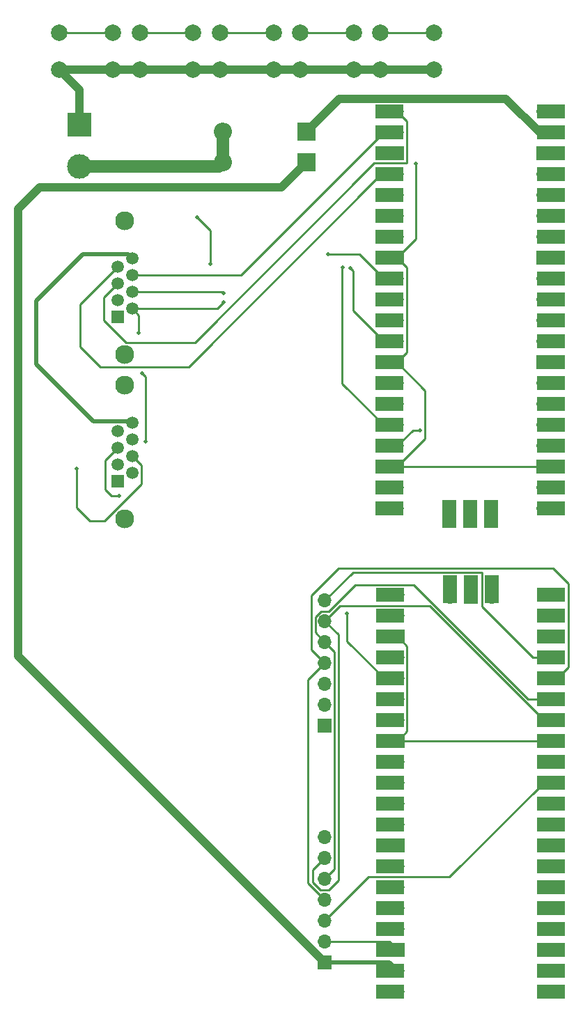
<source format=gbr>
%TF.GenerationSoftware,KiCad,Pcbnew,7.0.7*%
%TF.CreationDate,2025-01-13T16:20:32+01:00*%
%TF.ProjectId,PICO board v4.0,5049434f-2062-46f6-9172-642076342e30,rev?*%
%TF.SameCoordinates,Original*%
%TF.FileFunction,Copper,L1,Top*%
%TF.FilePolarity,Positive*%
%FSLAX46Y46*%
G04 Gerber Fmt 4.6, Leading zero omitted, Abs format (unit mm)*
G04 Created by KiCad (PCBNEW 7.0.7) date 2025-01-13 16:20:32*
%MOMM*%
%LPD*%
G01*
G04 APERTURE LIST*
%TA.AperFunction,ComponentPad*%
%ADD10C,2.000000*%
%TD*%
%TA.AperFunction,ComponentPad*%
%ADD11O,1.700000X1.700000*%
%TD*%
%TA.AperFunction,SMDPad,CuDef*%
%ADD12R,3.500000X1.700000*%
%TD*%
%TA.AperFunction,ComponentPad*%
%ADD13R,1.700000X1.700000*%
%TD*%
%TA.AperFunction,SMDPad,CuDef*%
%ADD14R,1.700000X3.500000*%
%TD*%
%TA.AperFunction,ComponentPad*%
%ADD15R,1.500000X1.500000*%
%TD*%
%TA.AperFunction,ComponentPad*%
%ADD16C,1.500000*%
%TD*%
%TA.AperFunction,ComponentPad*%
%ADD17C,2.300000*%
%TD*%
%TA.AperFunction,ComponentPad*%
%ADD18R,3.000000X3.000000*%
%TD*%
%TA.AperFunction,ComponentPad*%
%ADD19C,3.000000*%
%TD*%
%TA.AperFunction,ComponentPad*%
%ADD20R,2.200000X2.200000*%
%TD*%
%TA.AperFunction,ComponentPad*%
%ADD21O,2.200000X2.200000*%
%TD*%
%TA.AperFunction,ViaPad*%
%ADD22C,0.500000*%
%TD*%
%TA.AperFunction,Conductor*%
%ADD23C,0.250000*%
%TD*%
%TA.AperFunction,Conductor*%
%ADD24C,1.000000*%
%TD*%
%TA.AperFunction,Conductor*%
%ADD25C,0.500000*%
%TD*%
%TA.AperFunction,Conductor*%
%ADD26C,1.500000*%
%TD*%
G04 APERTURE END LIST*
D10*
%TO.P,SW5,1,1*%
%TO.N,GP13_2*%
X115050000Y-35350000D03*
X121550000Y-35350000D03*
%TO.P,SW5,2,2*%
%TO.N,GND*%
X115050000Y-39850000D03*
X121550000Y-39850000D03*
%TD*%
D11*
%TO.P,U1,1,GPIO0*%
%TO.N,GP0*%
X134900000Y-151960000D03*
D12*
X135800000Y-151960000D03*
D11*
%TO.P,U1,2,GPIO1*%
%TO.N,GP1*%
X134900000Y-149420000D03*
D12*
X135800000Y-149420000D03*
D13*
%TO.P,U1,3,GND*%
%TO.N,GND*%
X134900000Y-146880000D03*
D12*
X135800000Y-146880000D03*
D11*
%TO.P,U1,4,GPIO2*%
%TO.N,GP2*%
X134900000Y-144340000D03*
D12*
X135800000Y-144340000D03*
D11*
%TO.P,U1,5,GPIO3*%
%TO.N,GP3*%
X134900000Y-141800000D03*
D12*
X135800000Y-141800000D03*
D11*
%TO.P,U1,6,GPIO4*%
%TO.N,GP4*%
X134900000Y-139260000D03*
D12*
X135800000Y-139260000D03*
D11*
%TO.P,U1,7,GPIO5*%
%TO.N,GP5*%
X134900000Y-136720000D03*
D12*
X135800000Y-136720000D03*
D13*
%TO.P,U1,8,GND*%
%TO.N,GND*%
X134900000Y-134180000D03*
D12*
X135800000Y-134180000D03*
D11*
%TO.P,U1,9,GPIO6*%
%TO.N,GP6*%
X134900000Y-131640000D03*
D12*
X135800000Y-131640000D03*
D11*
%TO.P,U1,10,GPIO7*%
%TO.N,GP7*%
X134900000Y-129100000D03*
D12*
X135800000Y-129100000D03*
D11*
%TO.P,U1,11,GPIO8*%
%TO.N,GP8*%
X134900000Y-126560000D03*
D12*
X135800000Y-126560000D03*
D11*
%TO.P,U1,12,GPIO9*%
%TO.N,GP9*%
X134900000Y-124020000D03*
D12*
X135800000Y-124020000D03*
D13*
%TO.P,U1,13,GND*%
%TO.N,GND*%
X134900000Y-121480000D03*
D12*
X135800000Y-121480000D03*
D11*
%TO.P,U1,14,GPIO10*%
%TO.N,GP10*%
X134900000Y-118940000D03*
D12*
X135800000Y-118940000D03*
D11*
%TO.P,U1,15,GPIO11*%
%TO.N,GP11*%
X134900000Y-116400000D03*
D12*
X135800000Y-116400000D03*
D11*
%TO.P,U1,16,GPIO12*%
%TO.N,GP12*%
X134900000Y-113860000D03*
D12*
X135800000Y-113860000D03*
D11*
%TO.P,U1,17,GPIO13*%
%TO.N,GP13*%
X134900000Y-111320000D03*
D12*
X135800000Y-111320000D03*
D13*
%TO.P,U1,18,GND*%
%TO.N,GND*%
X134900000Y-108780000D03*
D12*
X135800000Y-108780000D03*
D11*
%TO.P,U1,19,GPIO14*%
%TO.N,GP14*%
X134900000Y-106240000D03*
D12*
X135800000Y-106240000D03*
D11*
%TO.P,U1,20,GPIO15*%
%TO.N,GP15*%
X134900000Y-103700000D03*
D12*
X135800000Y-103700000D03*
D11*
%TO.P,U1,21,GPIO16*%
%TO.N,GP16*%
X117120000Y-103700000D03*
D12*
X116220000Y-103700000D03*
D11*
%TO.P,U1,22,GPIO17*%
%TO.N,GP17*%
X117120000Y-106240000D03*
D12*
X116220000Y-106240000D03*
D13*
%TO.P,U1,23,GND*%
%TO.N,GND*%
X117120000Y-108780000D03*
D12*
X116220000Y-108780000D03*
D11*
%TO.P,U1,24,GPIO18*%
%TO.N,GP18*%
X117120000Y-111320000D03*
D12*
X116220000Y-111320000D03*
D11*
%TO.P,U1,25,GPIO19*%
%TO.N,GP19*%
X117120000Y-113860000D03*
D12*
X116220000Y-113860000D03*
D11*
%TO.P,U1,26,GPIO20*%
%TO.N,GP20*%
X117120000Y-116400000D03*
D12*
X116220000Y-116400000D03*
D11*
%TO.P,U1,27,GPIO21*%
%TO.N,GP21*%
X117120000Y-118940000D03*
D12*
X116220000Y-118940000D03*
D13*
%TO.P,U1,28,GND*%
%TO.N,GND*%
X117120000Y-121480000D03*
D12*
X116220000Y-121480000D03*
D11*
%TO.P,U1,29,GPIO22*%
%TO.N,GP22*%
X117120000Y-124020000D03*
D12*
X116220000Y-124020000D03*
D11*
%TO.P,U1,30,RUN*%
%TO.N,unconnected-(U1-RUN-Pad30)*%
X117120000Y-126560000D03*
D12*
X116220000Y-126560000D03*
D11*
%TO.P,U1,31,GPIO26_ADC0*%
%TO.N,GP26*%
X117120000Y-129100000D03*
D12*
X116220000Y-129100000D03*
D11*
%TO.P,U1,32,GPIO27_ADC1*%
%TO.N,GP27*%
X117120000Y-131640000D03*
D12*
X116220000Y-131640000D03*
D13*
%TO.P,U1,33,AGND*%
%TO.N,GND*%
X117120000Y-134180000D03*
D12*
X116220000Y-134180000D03*
D11*
%TO.P,U1,34,GPIO28_ADC2*%
%TO.N,GP28*%
X117120000Y-136720000D03*
D12*
X116220000Y-136720000D03*
D11*
%TO.P,U1,35,ADC_VREF*%
%TO.N,unconnected-(U1-ADC_VREF-Pad35)*%
X117120000Y-139260000D03*
D12*
X116220000Y-139260000D03*
D11*
%TO.P,U1,36,3V3*%
%TO.N,3V3*%
X117120000Y-141800000D03*
D12*
X116220000Y-141800000D03*
D11*
%TO.P,U1,37,3V3_EN*%
%TO.N,unconnected-(U1-3V3_EN-Pad37)*%
X117120000Y-144340000D03*
D12*
X116220000Y-144340000D03*
D13*
%TO.P,U1,38,GND*%
%TO.N,GND*%
X117120000Y-146880000D03*
D12*
X116220000Y-146880000D03*
D11*
%TO.P,U1,39,VSYS*%
%TO.N,5VCC_1*%
X117120000Y-149420000D03*
D12*
X116220000Y-149420000D03*
D11*
%TO.P,U1,40,VBUS*%
%TO.N,unconnected-(U1-VBUS-Pad40)*%
X117120000Y-151960000D03*
D12*
X116220000Y-151960000D03*
D11*
%TO.P,U1,41,SWCLK*%
%TO.N,unconnected-(U1-SWCLK-Pad41)*%
X128550000Y-103930000D03*
D14*
X128550000Y-103030000D03*
D13*
%TO.P,U1,42,GND*%
%TO.N,unconnected-(U1-GND-Pad42)*%
X126010000Y-103930000D03*
D14*
X126010000Y-103030000D03*
D11*
%TO.P,U1,43,SWDIO*%
%TO.N,unconnected-(U1-SWDIO-Pad43)*%
X123470000Y-103930000D03*
D14*
X123470000Y-103030000D03*
%TD*%
D13*
%TO.P,J4,1,Pin_1*%
%TO.N,5VCC_1*%
X108300000Y-119600000D03*
D11*
%TO.P,J4,2,Pin_2*%
%TO.N,GND*%
X108300000Y-117060000D03*
%TO.P,J4,3,Pin_3*%
%TO.N,GP9*%
X108300000Y-114520000D03*
%TO.P,J4,4,Pin_4*%
%TO.N,GP12*%
X108300000Y-111980000D03*
%TO.P,J4,5,Pin_5*%
%TO.N,GP11*%
X108300000Y-109440000D03*
%TO.P,J4,6,Pin_6*%
%TO.N,GP10*%
X108300000Y-106900000D03*
%TO.P,J4,7,Pin_7*%
%TO.N,GP13*%
X108300000Y-104360000D03*
%TD*%
D15*
%TO.P,J3,1*%
%TO.N,GND*%
X83110000Y-89930000D03*
D16*
%TO.P,J3,2*%
%TO.N,GP10_2*%
X84890000Y-88914000D03*
%TO.P,J3,3*%
%TO.N,GP11_2*%
X83110000Y-87898000D03*
%TO.P,J3,4*%
%TO.N,GP8_2*%
X84890000Y-86882000D03*
%TO.P,J3,5*%
%TO.N,GP3_2*%
X83110000Y-85866000D03*
%TO.P,J3,6*%
%TO.N,GP4_2*%
X84890000Y-84850000D03*
%TO.P,J3,7*%
%TO.N,GP5_2*%
X83110000Y-83834000D03*
%TO.P,J3,8*%
%TO.N,5VCC_2*%
X84890000Y-82818000D03*
D17*
%TO.P,J3,SH*%
%TO.N,N/C*%
X84000000Y-94500000D03*
X84000000Y-78240000D03*
%TD*%
D10*
%TO.P,SW3,1,1*%
%TO.N,GP9_2*%
X95550000Y-35350000D03*
X102050000Y-35350000D03*
%TO.P,SW3,2,2*%
%TO.N,GND*%
X95550000Y-39850000D03*
X102050000Y-39850000D03*
%TD*%
D13*
%TO.P,J5,1,Pin_1*%
%TO.N,5VCC_1*%
X108275000Y-148400000D03*
D11*
%TO.P,J5,2,Pin_2*%
%TO.N,GND*%
X108275000Y-145860000D03*
%TO.P,J5,3,Pin_3*%
%TO.N,GP8*%
X108275000Y-143320000D03*
%TO.P,J5,4,Pin_4*%
%TO.N,GP12*%
X108275000Y-140780000D03*
%TO.P,J5,5,Pin_5*%
%TO.N,GP11*%
X108275000Y-138240000D03*
%TO.P,J5,6,Pin_6*%
%TO.N,GP10*%
X108275000Y-135700000D03*
%TO.P,J5,7,Pin_7*%
%TO.N,GP14*%
X108275000Y-133160000D03*
%TD*%
D18*
%TO.P,J1,1,Pin_1*%
%TO.N,GND*%
X78500000Y-46560000D03*
D19*
%TO.P,J1,2,Pin_2*%
%TO.N,5V*%
X78500000Y-51640000D03*
%TD*%
D20*
%TO.P,D1,1,K*%
%TO.N,5VCC_1*%
X106080000Y-51150000D03*
D21*
%TO.P,D1,2,A*%
%TO.N,5V*%
X95920000Y-51150000D03*
%TD*%
D20*
%TO.P,D2,1,K*%
%TO.N,5VCC_2*%
X106080000Y-47400000D03*
D21*
%TO.P,D2,2,A*%
%TO.N,5V*%
X95920000Y-47400000D03*
%TD*%
D10*
%TO.P,SW2,1,1*%
%TO.N,GP7_2*%
X85800000Y-35350000D03*
X92300000Y-35350000D03*
%TO.P,SW2,2,2*%
%TO.N,GND*%
X85800000Y-39850000D03*
X92300000Y-39850000D03*
%TD*%
D14*
%TO.P,U2,43,SWDIO*%
%TO.N,unconnected-(U2-SWDIO-Pad43)*%
X128500000Y-93900000D03*
D11*
X128500000Y-93000000D03*
D14*
%TO.P,U2,42,GND*%
%TO.N,unconnected-(U2-GND-Pad42)*%
X125960000Y-93900000D03*
D13*
X125960000Y-93000000D03*
D14*
%TO.P,U2,41,SWCLK*%
%TO.N,unconnected-(U2-SWCLK-Pad41)*%
X123420000Y-93900000D03*
D11*
X123420000Y-93000000D03*
D12*
%TO.P,U2,40,VBUS*%
%TO.N,unconnected-(U2-VBUS-Pad40)*%
X135750000Y-44970000D03*
D11*
X134850000Y-44970000D03*
D12*
%TO.P,U2,39,VSYS*%
%TO.N,5VCC_2*%
X135750000Y-47510000D03*
D11*
X134850000Y-47510000D03*
D12*
%TO.P,U2,38,GND*%
%TO.N,GND*%
X135750000Y-50050000D03*
D13*
X134850000Y-50050000D03*
D12*
%TO.P,U2,37,3V3_EN*%
%TO.N,unconnected-(U2-3V3_EN-Pad37)*%
X135750000Y-52590000D03*
D11*
X134850000Y-52590000D03*
D12*
%TO.P,U2,36,3V3*%
%TO.N,unconnected-(U2-3V3-Pad36)*%
X135750000Y-55130000D03*
D11*
X134850000Y-55130000D03*
D12*
%TO.P,U2,35,ADC_VREF*%
%TO.N,unconnected-(U2-ADC_VREF-Pad35)*%
X135750000Y-57670000D03*
D11*
X134850000Y-57670000D03*
D12*
%TO.P,U2,34,GPIO28_ADC2*%
%TO.N,GP28_2*%
X135750000Y-60210000D03*
D11*
X134850000Y-60210000D03*
D12*
%TO.P,U2,33,AGND*%
%TO.N,GND*%
X135750000Y-62750000D03*
D13*
X134850000Y-62750000D03*
D12*
%TO.P,U2,32,GPIO27_ADC1*%
%TO.N,GP27_2*%
X135750000Y-65290000D03*
D11*
X134850000Y-65290000D03*
D12*
%TO.P,U2,31,GPIO26_ADC0*%
%TO.N,unconnected-(U2-GPIO26_ADC0-Pad31)*%
X135750000Y-67830000D03*
D11*
X134850000Y-67830000D03*
D12*
%TO.P,U2,30,RUN*%
%TO.N,unconnected-(U2-RUN-Pad30)*%
X135750000Y-70370000D03*
D11*
X134850000Y-70370000D03*
D12*
%TO.P,U2,29,GPIO22*%
%TO.N,unconnected-(U2-GPIO22-Pad29)*%
X135750000Y-72910000D03*
D11*
X134850000Y-72910000D03*
D12*
%TO.P,U2,28,GND*%
%TO.N,GND*%
X135750000Y-75450000D03*
D13*
X134850000Y-75450000D03*
D12*
%TO.P,U2,27,GPIO21*%
%TO.N,unconnected-(U2-GPIO21-Pad27)*%
X135750000Y-77990000D03*
D11*
X134850000Y-77990000D03*
D12*
%TO.P,U2,26,GPIO20*%
%TO.N,GP20_2*%
X135750000Y-80530000D03*
D11*
X134850000Y-80530000D03*
D12*
%TO.P,U2,25,GPIO19*%
%TO.N,GP16*%
X135750000Y-83070000D03*
D11*
X134850000Y-83070000D03*
D12*
%TO.P,U2,24,GPIO18*%
%TO.N,GP18*%
X135750000Y-85610000D03*
D11*
X134850000Y-85610000D03*
D12*
%TO.P,U2,23,GND*%
%TO.N,GND*%
X135750000Y-88150000D03*
D13*
X134850000Y-88150000D03*
D12*
%TO.P,U2,22,GPIO17*%
%TO.N,GP17*%
X135750000Y-90690000D03*
D11*
X134850000Y-90690000D03*
D12*
%TO.P,U2,21,GPIO16*%
%TO.N,GP19*%
X135750000Y-93230000D03*
D11*
X134850000Y-93230000D03*
D12*
%TO.P,U2,20,GPIO15*%
%TO.N,GP15_2*%
X116170000Y-93230000D03*
D11*
X117070000Y-93230000D03*
D12*
%TO.P,U2,19,GPIO14*%
%TO.N,GP14_2*%
X116170000Y-90690000D03*
D11*
X117070000Y-90690000D03*
D12*
%TO.P,U2,18,GND*%
%TO.N,GND*%
X116170000Y-88150000D03*
D13*
X117070000Y-88150000D03*
D12*
%TO.P,U2,17,GPIO13*%
%TO.N,GP13_2*%
X116170000Y-85610000D03*
D11*
X117070000Y-85610000D03*
D12*
%TO.P,U2,16,GPIO12*%
%TO.N,GP12_2*%
X116170000Y-83070000D03*
D11*
X117070000Y-83070000D03*
D12*
%TO.P,U2,15,GPIO11*%
%TO.N,GP11_2*%
X116170000Y-80530000D03*
D11*
X117070000Y-80530000D03*
D12*
%TO.P,U2,14,GPIO10*%
%TO.N,GP10_2*%
X116170000Y-77990000D03*
D11*
X117070000Y-77990000D03*
D12*
%TO.P,U2,13,GND*%
%TO.N,GND*%
X116170000Y-75450000D03*
D13*
X117070000Y-75450000D03*
D12*
%TO.P,U2,12,GPIO9*%
%TO.N,GP9_2*%
X116170000Y-72910000D03*
D11*
X117070000Y-72910000D03*
D12*
%TO.P,U2,11,GPIO8*%
%TO.N,GP8_2*%
X116170000Y-70370000D03*
D11*
X117070000Y-70370000D03*
D12*
%TO.P,U2,10,GPIO7*%
%TO.N,GP7_2*%
X116170000Y-67830000D03*
D11*
X117070000Y-67830000D03*
D12*
%TO.P,U2,9,GPIO6*%
%TO.N,GP6_2*%
X116170000Y-65290000D03*
D11*
X117070000Y-65290000D03*
D12*
%TO.P,U2,8,GND*%
%TO.N,GND*%
X116170000Y-62750000D03*
D13*
X117070000Y-62750000D03*
D12*
%TO.P,U2,7,GPIO5*%
%TO.N,GP5_2*%
X116170000Y-60210000D03*
D11*
X117070000Y-60210000D03*
D12*
%TO.P,U2,6,GPIO4*%
%TO.N,GP4_2*%
X116170000Y-57670000D03*
D11*
X117070000Y-57670000D03*
D12*
%TO.P,U2,5,GPIO3*%
%TO.N,GP3_2*%
X116170000Y-55130000D03*
D11*
X117070000Y-55130000D03*
D12*
%TO.P,U2,4,GPIO2*%
%TO.N,GP2_2*%
X116170000Y-52590000D03*
D11*
X117070000Y-52590000D03*
D12*
%TO.P,U2,3,GND*%
%TO.N,GND*%
X116170000Y-50050000D03*
D13*
X117070000Y-50050000D03*
D12*
%TO.P,U2,2,GPIO1*%
%TO.N,GP1_2*%
X116170000Y-47510000D03*
D11*
X117070000Y-47510000D03*
D12*
%TO.P,U2,1,GPIO0*%
%TO.N,GP0_2*%
X116170000Y-44970000D03*
D11*
X117070000Y-44970000D03*
%TD*%
D10*
%TO.P,SW4,1,1*%
%TO.N,GP12_2*%
X105300000Y-35350000D03*
X111800000Y-35350000D03*
%TO.P,SW4,2,2*%
%TO.N,GND*%
X105300000Y-39850000D03*
X111800000Y-39850000D03*
%TD*%
%TO.P,SW1,1,1*%
%TO.N,GP6_2*%
X76050000Y-35350000D03*
X82550000Y-35350000D03*
%TO.P,SW1,2,2*%
%TO.N,GND*%
X76050000Y-39850000D03*
X82550000Y-39850000D03*
%TD*%
D15*
%TO.P,J2,1*%
%TO.N,GND*%
X83110000Y-69930000D03*
D16*
%TO.P,J2,2*%
%TO.N,GP10_2*%
X84890000Y-68914000D03*
%TO.P,J2,3*%
%TO.N,GP11_2*%
X83110000Y-67898000D03*
%TO.P,J2,4*%
%TO.N,GP8_2*%
X84890000Y-66882000D03*
%TO.P,J2,5*%
%TO.N,GP0_2*%
X83110000Y-65866000D03*
%TO.P,J2,6*%
%TO.N,GP1_2*%
X84890000Y-64850000D03*
%TO.P,J2,7*%
%TO.N,GP2_2*%
X83110000Y-63834000D03*
%TO.P,J2,8*%
%TO.N,5VCC_2*%
X84890000Y-62818000D03*
D17*
%TO.P,J2,SH*%
%TO.N,N/C*%
X84000000Y-74500000D03*
X84000000Y-58240000D03*
%TD*%
D22*
%TO.N,GND*%
X119400000Y-51300000D03*
%TO.N,GP6_2*%
X108700000Y-62300000D03*
%TO.N,GP9_2*%
X111400000Y-64000000D03*
%TO.N,GP12_2*%
X110475000Y-63900000D03*
%TO.N,GP13_2*%
X119900000Y-83700000D03*
%TO.N,GP10_2*%
X86500000Y-85100000D03*
X85700000Y-71900000D03*
X86100000Y-76800000D03*
%TO.N,GP3_2*%
X83300000Y-91700000D03*
%TO.N,GP8_2*%
X78100000Y-88400000D03*
%TO.N,GP11_2*%
X94400000Y-63500000D03*
X92800000Y-57800000D03*
%TO.N,GP10_2*%
X96000000Y-68100000D03*
%TO.N,GP8_2*%
X96000000Y-67000000D03*
%TO.N,GP19*%
X111000000Y-106000000D03*
%TD*%
D23*
%TO.N,GND*%
X119400000Y-60420000D02*
X119400000Y-51300000D01*
X117070000Y-62750000D02*
X119400000Y-60420000D01*
X117070000Y-75450000D02*
X118245000Y-74275000D01*
X118245000Y-74275000D02*
X118245000Y-63925000D01*
X118245000Y-63925000D02*
X117070000Y-62750000D01*
X117070000Y-88150000D02*
X120475000Y-84745000D01*
X120475000Y-84745000D02*
X120475000Y-78855000D01*
X120475000Y-78855000D02*
X117070000Y-75450000D01*
X134850000Y-88150000D02*
X117070000Y-88150000D01*
%TO.N,GP6_2*%
X112470000Y-62300000D02*
X115460000Y-65290000D01*
X108700000Y-62300000D02*
X112470000Y-62300000D01*
X115460000Y-65290000D02*
X117070000Y-65290000D01*
%TO.N,GP9_2*%
X111700000Y-69150000D02*
X115460000Y-72910000D01*
X111400000Y-64000000D02*
X111700000Y-64300000D01*
X111700000Y-64300000D02*
X111700000Y-69150000D01*
X115460000Y-72910000D02*
X117070000Y-72910000D01*
%TO.N,GP12_2*%
X110475000Y-63900000D02*
X110400000Y-63975000D01*
X110400000Y-63975000D02*
X110400000Y-78010000D01*
X110400000Y-78010000D02*
X115460000Y-83070000D01*
X115460000Y-83070000D02*
X117070000Y-83070000D01*
%TO.N,GP13_2*%
X119900000Y-83700000D02*
X118980000Y-83700000D01*
X118980000Y-83700000D02*
X117070000Y-85610000D01*
D24*
%TO.N,5VCC_2*%
X106080000Y-47400000D02*
X110060000Y-43420000D01*
X130320000Y-43420000D02*
X134410000Y-47510000D01*
X110060000Y-43420000D02*
X130320000Y-43420000D01*
X134410000Y-47510000D02*
X134850000Y-47510000D01*
D23*
%TO.N,GP10_2*%
X85700000Y-69724000D02*
X84890000Y-68914000D01*
X86500000Y-85100000D02*
X86500000Y-77200000D01*
X86500000Y-77200000D02*
X86100000Y-76800000D01*
X85700000Y-71900000D02*
X85700000Y-69724000D01*
%TO.N,GP3_2*%
X81600000Y-90900000D02*
X82400000Y-91700000D01*
X81600000Y-87376000D02*
X81600000Y-90900000D01*
X83110000Y-85866000D02*
X81600000Y-87376000D01*
X82400000Y-91700000D02*
X83300000Y-91700000D01*
%TO.N,GP8_2*%
X78100000Y-88400000D02*
X78100000Y-93078427D01*
X78100000Y-93078427D02*
X79741573Y-94720000D01*
X79741573Y-94720000D02*
X81480000Y-94720000D01*
X81480000Y-94720000D02*
X85965000Y-90235000D01*
X85965000Y-90235000D02*
X85965000Y-87957000D01*
X85965000Y-87957000D02*
X84890000Y-86882000D01*
%TO.N,GP11_2*%
X94400000Y-59400000D02*
X94400000Y-63500000D01*
X92800000Y-57800000D02*
X94400000Y-59400000D01*
%TO.N,GP10_2*%
X95186000Y-68914000D02*
X96000000Y-68100000D01*
X84890000Y-68914000D02*
X95186000Y-68914000D01*
%TO.N,GP8_2*%
X95882000Y-66882000D02*
X96000000Y-67000000D01*
X84890000Y-66882000D02*
X95882000Y-66882000D01*
%TO.N,GP0_2*%
X83110000Y-65866000D02*
X81398427Y-67577573D01*
X81398427Y-67577573D02*
X81398427Y-70323427D01*
X81398427Y-70323427D02*
X84100000Y-73025000D01*
X84100000Y-73025000D02*
X92485000Y-73025000D01*
X118245000Y-46145000D02*
X117070000Y-44970000D01*
X92485000Y-73025000D02*
X114285000Y-51225000D01*
X114285000Y-51225000D02*
X118245000Y-51225000D01*
X118245000Y-51225000D02*
X118245000Y-46145000D01*
%TO.N,GP1_2*%
X84890000Y-64850000D02*
X98120000Y-64850000D01*
X98120000Y-64850000D02*
X115460000Y-47510000D01*
X115460000Y-47510000D02*
X117070000Y-47510000D01*
%TO.N,GP2_2*%
X83110000Y-63834000D02*
X78570000Y-68374000D01*
X78570000Y-73548427D02*
X80996573Y-75975000D01*
X78570000Y-68374000D02*
X78570000Y-73548427D01*
X91725000Y-75975000D02*
X115110000Y-52590000D01*
X80996573Y-75975000D02*
X91725000Y-75975000D01*
X115110000Y-52590000D02*
X117070000Y-52590000D01*
D25*
%TO.N,5VCC_2*%
X84372000Y-62300000D02*
X78900000Y-62300000D01*
X78900000Y-62300000D02*
X73200000Y-68000000D01*
X73200000Y-75655204D02*
X80144796Y-82600000D01*
X84672000Y-82600000D02*
X84831000Y-82759000D01*
X73200000Y-68000000D02*
X73200000Y-75655204D01*
X80144796Y-82600000D02*
X84672000Y-82600000D01*
D23*
X84831000Y-82759000D02*
X84890000Y-82818000D01*
X84890000Y-62818000D02*
X84372000Y-62300000D01*
D24*
%TO.N,5VCC_1*%
X108275000Y-148400000D02*
X71000000Y-111125000D01*
X71000000Y-111125000D02*
X71000000Y-56800000D01*
X71000000Y-56800000D02*
X73600000Y-54200000D01*
X73600000Y-54200000D02*
X103030000Y-54200000D01*
X103030000Y-54200000D02*
X106080000Y-51150000D01*
%TO.N,GND*%
X115050000Y-39850000D02*
X121550000Y-39850000D01*
D23*
%TO.N,GP6_2*%
X82550000Y-35350000D02*
X76050000Y-35350000D01*
%TO.N,GP7_2*%
X92300000Y-35350000D02*
X85800000Y-35350000D01*
D26*
%TO.N,5V*%
X95920000Y-51150000D02*
X95920000Y-47400000D01*
D23*
X95430000Y-51640000D02*
X95920000Y-51150000D01*
D26*
X78500000Y-51640000D02*
X95430000Y-51640000D01*
D23*
%TO.N,GND*%
X134900000Y-121480000D02*
X117120000Y-121480000D01*
D24*
X76050000Y-39850000D02*
X82550000Y-39850000D01*
X111800000Y-39850000D02*
X115050000Y-39850000D01*
X82550000Y-39850000D02*
X85800000Y-39850000D01*
X92300000Y-39850000D02*
X95550000Y-39850000D01*
X85800000Y-39850000D02*
X92300000Y-39850000D01*
D23*
X118295000Y-120305000D02*
X117120000Y-121480000D01*
X108275000Y-145860000D02*
X116100000Y-145860000D01*
X118295000Y-109955000D02*
X118295000Y-120305000D01*
X116100000Y-145860000D02*
X117120000Y-146880000D01*
X117120000Y-108780000D02*
X118295000Y-109955000D01*
D24*
X78500000Y-42300000D02*
X76050000Y-39850000D01*
X95550000Y-39850000D02*
X102050000Y-39850000D01*
X102050000Y-39850000D02*
X105300000Y-39850000D01*
X78500000Y-46560000D02*
X78500000Y-42300000D01*
X105300000Y-39850000D02*
X111800000Y-39850000D01*
D23*
%TO.N,GP8*%
X113595000Y-138000000D02*
X123460000Y-138000000D01*
X108275000Y-143320000D02*
X113595000Y-138000000D01*
X123460000Y-138000000D02*
X134900000Y-126560000D01*
%TO.N,GP19*%
X111000000Y-109350000D02*
X111000000Y-106000000D01*
X117120000Y-113860000D02*
X115510000Y-113860000D01*
X115510000Y-113860000D02*
X111000000Y-109350000D01*
%TO.N,GP10*%
X109925000Y-108525000D02*
X109925000Y-138441701D01*
X108300000Y-106900000D02*
X110135000Y-105065000D01*
X106815698Y-138684302D02*
X106815698Y-137159302D01*
X108761701Y-139605000D02*
X107736396Y-139605000D01*
X108300000Y-106900000D02*
X109925000Y-108525000D01*
X106815698Y-137159302D02*
X108275000Y-135700000D01*
X109925000Y-138441701D02*
X108761701Y-139605000D01*
X121025000Y-105065000D02*
X134900000Y-118940000D01*
X110135000Y-105065000D02*
X121025000Y-105065000D01*
X107736396Y-139605000D02*
X106815698Y-138684302D01*
%TO.N,GP11*%
X109475000Y-110615000D02*
X108300000Y-109440000D01*
X132996396Y-116400000D02*
X134900000Y-116400000D01*
X109475000Y-137040000D02*
X109475000Y-110615000D01*
X108786701Y-105725000D02*
X111986701Y-102525000D01*
X108275000Y-138240000D02*
X109475000Y-137040000D01*
X107813299Y-105725000D02*
X108786701Y-105725000D01*
X119121396Y-102525000D02*
X132996396Y-116400000D01*
X107125000Y-106413299D02*
X107813299Y-105725000D01*
X108300000Y-109440000D02*
X107125000Y-108265000D01*
X111986701Y-102525000D02*
X119121396Y-102525000D01*
X107125000Y-108265000D02*
X107125000Y-106413299D01*
%TO.N,GP12*%
X106675000Y-110355000D02*
X106675000Y-103825000D01*
X106675000Y-103825000D02*
X109995000Y-100505000D01*
X106217045Y-114062955D02*
X108300000Y-111980000D01*
X109995000Y-100505000D02*
X136005000Y-100505000D01*
X136005000Y-100505000D02*
X137875000Y-102375000D01*
X137875000Y-102375000D02*
X137875000Y-112495000D01*
X108275000Y-140780000D02*
X106217045Y-138722045D01*
X136510000Y-113860000D02*
X134900000Y-113860000D01*
X137875000Y-112495000D02*
X136510000Y-113860000D01*
X108300000Y-111980000D02*
X106675000Y-110355000D01*
X106217045Y-138722045D02*
X106217045Y-114062955D01*
%TO.N,GP13*%
X111705000Y-100955000D02*
X127375000Y-100955000D01*
X127375000Y-100955000D02*
X127375000Y-105105000D01*
X133590000Y-111320000D02*
X134900000Y-111320000D01*
X127375000Y-105105000D02*
X133590000Y-111320000D01*
X108300000Y-104360000D02*
X111705000Y-100955000D01*
%TO.N,GP9_2*%
X102050000Y-35350000D02*
X95550000Y-35350000D01*
%TO.N,GP12_2*%
X111800000Y-35350000D02*
X105300000Y-35350000D01*
%TO.N,GP13_2*%
X121550000Y-35350000D02*
X115050000Y-35350000D01*
D25*
%TO.N,5VCC_1*%
X108275000Y-148400000D02*
X116100000Y-148400000D01*
X116100000Y-148400000D02*
X117120000Y-149420000D01*
%TD*%
M02*

</source>
